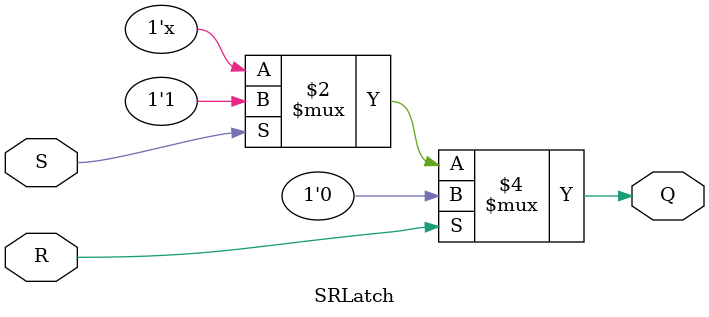
<source format=v>
module control(input wire startn, stopn, clear, door_closed, timer_done, output wire Q);

    wire s, r;

    magnetronLogic ml ( .startn(startn), .stopn(stopn), .clear(clear), .door_closed(door_closed), 
                        .timer_done(timer_done), .set(s), .reset(r));
    SRLatch srl (.S(s), .R(r), .Q(Q));

endmodule



module magnetronLogic(input wire startn, stopn, clear, door_closed, timer_done,
                      output wire set, reset);
    assign set = (~startn && stopn && door_closed && ~timer_done);
    assign reset = (~stopn | timer_done | ~door_closed | clear);
	 
endmodule


module SRLatch (input wire S, R, output reg Q);

    always @ (S or R)
        begin
            if (S)
                Q <= 1'b1;
            if (R)
                Q <= 1'b0;
        end

endmodule

</source>
